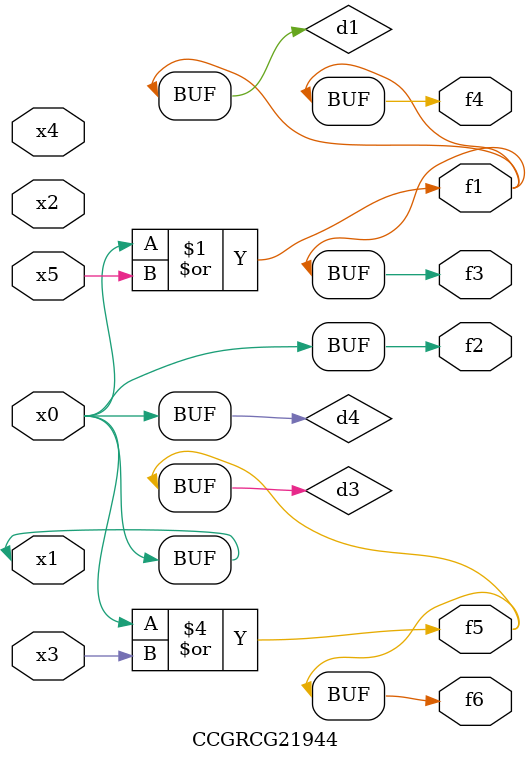
<source format=v>
module CCGRCG21944(
	input x0, x1, x2, x3, x4, x5,
	output f1, f2, f3, f4, f5, f6
);

	wire d1, d2, d3, d4;

	or (d1, x0, x5);
	xnor (d2, x1, x4);
	or (d3, x0, x3);
	buf (d4, x0, x1);
	assign f1 = d1;
	assign f2 = d4;
	assign f3 = d1;
	assign f4 = d1;
	assign f5 = d3;
	assign f6 = d3;
endmodule

</source>
